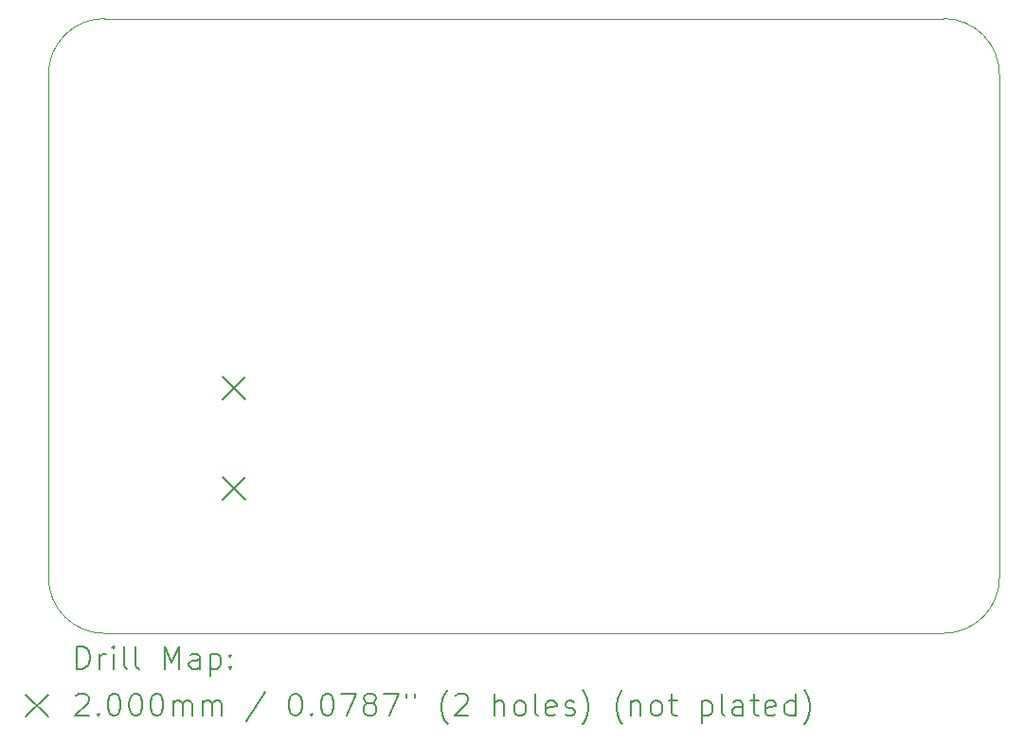
<source format=gbr>
%TF.GenerationSoftware,KiCad,Pcbnew,9.0.5*%
%TF.CreationDate,2025-10-31T23:09:40-07:00*%
%TF.ProjectId,Business Card PCB,42757369-6e65-4737-9320-436172642050,rev?*%
%TF.SameCoordinates,Original*%
%TF.FileFunction,Drillmap*%
%TF.FilePolarity,Positive*%
%FSLAX45Y45*%
G04 Gerber Fmt 4.5, Leading zero omitted, Abs format (unit mm)*
G04 Created by KiCad (PCBNEW 9.0.5) date 2025-10-31 23:09:40*
%MOMM*%
%LPD*%
G01*
G04 APERTURE LIST*
%ADD10C,0.100000*%
%ADD11C,0.200000*%
G04 APERTURE END LIST*
D10*
X11200000Y-11300000D02*
G75*
G02*
X10700000Y-10800000I0J500000D01*
G01*
X18700000Y-11300000D02*
X11200000Y-11300000D01*
X19200000Y-6300000D02*
X19200000Y-10800000D01*
X10700000Y-6300000D02*
G75*
G02*
X11200000Y-5800000I500000J0D01*
G01*
X10700000Y-10800000D02*
X10700000Y-6300000D01*
X11200000Y-5800000D02*
X18700000Y-5800000D01*
X18700000Y-5800000D02*
G75*
G02*
X19200000Y-6300000I0J-500000D01*
G01*
X19200000Y-10800000D02*
G75*
G02*
X18700000Y-11300000I-500000J0D01*
G01*
D11*
X12260500Y-9005827D02*
X12460500Y-9205827D01*
X12460500Y-9005827D02*
X12260500Y-9205827D01*
X12260500Y-9905827D02*
X12460500Y-10105827D01*
X12460500Y-9905827D02*
X12260500Y-10105827D01*
X10955777Y-11616484D02*
X10955777Y-11416484D01*
X10955777Y-11416484D02*
X11003396Y-11416484D01*
X11003396Y-11416484D02*
X11031967Y-11426008D01*
X11031967Y-11426008D02*
X11051015Y-11445055D01*
X11051015Y-11445055D02*
X11060539Y-11464103D01*
X11060539Y-11464103D02*
X11070063Y-11502198D01*
X11070063Y-11502198D02*
X11070063Y-11530769D01*
X11070063Y-11530769D02*
X11060539Y-11568865D01*
X11060539Y-11568865D02*
X11051015Y-11587912D01*
X11051015Y-11587912D02*
X11031967Y-11606960D01*
X11031967Y-11606960D02*
X11003396Y-11616484D01*
X11003396Y-11616484D02*
X10955777Y-11616484D01*
X11155777Y-11616484D02*
X11155777Y-11483150D01*
X11155777Y-11521246D02*
X11165301Y-11502198D01*
X11165301Y-11502198D02*
X11174824Y-11492674D01*
X11174824Y-11492674D02*
X11193872Y-11483150D01*
X11193872Y-11483150D02*
X11212920Y-11483150D01*
X11279586Y-11616484D02*
X11279586Y-11483150D01*
X11279586Y-11416484D02*
X11270062Y-11426008D01*
X11270062Y-11426008D02*
X11279586Y-11435531D01*
X11279586Y-11435531D02*
X11289110Y-11426008D01*
X11289110Y-11426008D02*
X11279586Y-11416484D01*
X11279586Y-11416484D02*
X11279586Y-11435531D01*
X11403396Y-11616484D02*
X11384348Y-11606960D01*
X11384348Y-11606960D02*
X11374824Y-11587912D01*
X11374824Y-11587912D02*
X11374824Y-11416484D01*
X11508158Y-11616484D02*
X11489110Y-11606960D01*
X11489110Y-11606960D02*
X11479586Y-11587912D01*
X11479586Y-11587912D02*
X11479586Y-11416484D01*
X11736729Y-11616484D02*
X11736729Y-11416484D01*
X11736729Y-11416484D02*
X11803396Y-11559341D01*
X11803396Y-11559341D02*
X11870062Y-11416484D01*
X11870062Y-11416484D02*
X11870062Y-11616484D01*
X12051015Y-11616484D02*
X12051015Y-11511722D01*
X12051015Y-11511722D02*
X12041491Y-11492674D01*
X12041491Y-11492674D02*
X12022443Y-11483150D01*
X12022443Y-11483150D02*
X11984348Y-11483150D01*
X11984348Y-11483150D02*
X11965301Y-11492674D01*
X12051015Y-11606960D02*
X12031967Y-11616484D01*
X12031967Y-11616484D02*
X11984348Y-11616484D01*
X11984348Y-11616484D02*
X11965301Y-11606960D01*
X11965301Y-11606960D02*
X11955777Y-11587912D01*
X11955777Y-11587912D02*
X11955777Y-11568865D01*
X11955777Y-11568865D02*
X11965301Y-11549817D01*
X11965301Y-11549817D02*
X11984348Y-11540293D01*
X11984348Y-11540293D02*
X12031967Y-11540293D01*
X12031967Y-11540293D02*
X12051015Y-11530769D01*
X12146253Y-11483150D02*
X12146253Y-11683150D01*
X12146253Y-11492674D02*
X12165301Y-11483150D01*
X12165301Y-11483150D02*
X12203396Y-11483150D01*
X12203396Y-11483150D02*
X12222443Y-11492674D01*
X12222443Y-11492674D02*
X12231967Y-11502198D01*
X12231967Y-11502198D02*
X12241491Y-11521246D01*
X12241491Y-11521246D02*
X12241491Y-11578388D01*
X12241491Y-11578388D02*
X12231967Y-11597436D01*
X12231967Y-11597436D02*
X12222443Y-11606960D01*
X12222443Y-11606960D02*
X12203396Y-11616484D01*
X12203396Y-11616484D02*
X12165301Y-11616484D01*
X12165301Y-11616484D02*
X12146253Y-11606960D01*
X12327205Y-11597436D02*
X12336729Y-11606960D01*
X12336729Y-11606960D02*
X12327205Y-11616484D01*
X12327205Y-11616484D02*
X12317682Y-11606960D01*
X12317682Y-11606960D02*
X12327205Y-11597436D01*
X12327205Y-11597436D02*
X12327205Y-11616484D01*
X12327205Y-11492674D02*
X12336729Y-11502198D01*
X12336729Y-11502198D02*
X12327205Y-11511722D01*
X12327205Y-11511722D02*
X12317682Y-11502198D01*
X12317682Y-11502198D02*
X12327205Y-11492674D01*
X12327205Y-11492674D02*
X12327205Y-11511722D01*
X10495000Y-11845000D02*
X10695000Y-12045000D01*
X10695000Y-11845000D02*
X10495000Y-12045000D01*
X10946253Y-11855531D02*
X10955777Y-11846008D01*
X10955777Y-11846008D02*
X10974824Y-11836484D01*
X10974824Y-11836484D02*
X11022444Y-11836484D01*
X11022444Y-11836484D02*
X11041491Y-11846008D01*
X11041491Y-11846008D02*
X11051015Y-11855531D01*
X11051015Y-11855531D02*
X11060539Y-11874579D01*
X11060539Y-11874579D02*
X11060539Y-11893627D01*
X11060539Y-11893627D02*
X11051015Y-11922198D01*
X11051015Y-11922198D02*
X10936729Y-12036484D01*
X10936729Y-12036484D02*
X11060539Y-12036484D01*
X11146253Y-12017436D02*
X11155777Y-12026960D01*
X11155777Y-12026960D02*
X11146253Y-12036484D01*
X11146253Y-12036484D02*
X11136729Y-12026960D01*
X11136729Y-12026960D02*
X11146253Y-12017436D01*
X11146253Y-12017436D02*
X11146253Y-12036484D01*
X11279586Y-11836484D02*
X11298634Y-11836484D01*
X11298634Y-11836484D02*
X11317682Y-11846008D01*
X11317682Y-11846008D02*
X11327205Y-11855531D01*
X11327205Y-11855531D02*
X11336729Y-11874579D01*
X11336729Y-11874579D02*
X11346253Y-11912674D01*
X11346253Y-11912674D02*
X11346253Y-11960293D01*
X11346253Y-11960293D02*
X11336729Y-11998388D01*
X11336729Y-11998388D02*
X11327205Y-12017436D01*
X11327205Y-12017436D02*
X11317682Y-12026960D01*
X11317682Y-12026960D02*
X11298634Y-12036484D01*
X11298634Y-12036484D02*
X11279586Y-12036484D01*
X11279586Y-12036484D02*
X11260539Y-12026960D01*
X11260539Y-12026960D02*
X11251015Y-12017436D01*
X11251015Y-12017436D02*
X11241491Y-11998388D01*
X11241491Y-11998388D02*
X11231967Y-11960293D01*
X11231967Y-11960293D02*
X11231967Y-11912674D01*
X11231967Y-11912674D02*
X11241491Y-11874579D01*
X11241491Y-11874579D02*
X11251015Y-11855531D01*
X11251015Y-11855531D02*
X11260539Y-11846008D01*
X11260539Y-11846008D02*
X11279586Y-11836484D01*
X11470062Y-11836484D02*
X11489110Y-11836484D01*
X11489110Y-11836484D02*
X11508158Y-11846008D01*
X11508158Y-11846008D02*
X11517682Y-11855531D01*
X11517682Y-11855531D02*
X11527205Y-11874579D01*
X11527205Y-11874579D02*
X11536729Y-11912674D01*
X11536729Y-11912674D02*
X11536729Y-11960293D01*
X11536729Y-11960293D02*
X11527205Y-11998388D01*
X11527205Y-11998388D02*
X11517682Y-12017436D01*
X11517682Y-12017436D02*
X11508158Y-12026960D01*
X11508158Y-12026960D02*
X11489110Y-12036484D01*
X11489110Y-12036484D02*
X11470062Y-12036484D01*
X11470062Y-12036484D02*
X11451015Y-12026960D01*
X11451015Y-12026960D02*
X11441491Y-12017436D01*
X11441491Y-12017436D02*
X11431967Y-11998388D01*
X11431967Y-11998388D02*
X11422443Y-11960293D01*
X11422443Y-11960293D02*
X11422443Y-11912674D01*
X11422443Y-11912674D02*
X11431967Y-11874579D01*
X11431967Y-11874579D02*
X11441491Y-11855531D01*
X11441491Y-11855531D02*
X11451015Y-11846008D01*
X11451015Y-11846008D02*
X11470062Y-11836484D01*
X11660539Y-11836484D02*
X11679586Y-11836484D01*
X11679586Y-11836484D02*
X11698634Y-11846008D01*
X11698634Y-11846008D02*
X11708158Y-11855531D01*
X11708158Y-11855531D02*
X11717682Y-11874579D01*
X11717682Y-11874579D02*
X11727205Y-11912674D01*
X11727205Y-11912674D02*
X11727205Y-11960293D01*
X11727205Y-11960293D02*
X11717682Y-11998388D01*
X11717682Y-11998388D02*
X11708158Y-12017436D01*
X11708158Y-12017436D02*
X11698634Y-12026960D01*
X11698634Y-12026960D02*
X11679586Y-12036484D01*
X11679586Y-12036484D02*
X11660539Y-12036484D01*
X11660539Y-12036484D02*
X11641491Y-12026960D01*
X11641491Y-12026960D02*
X11631967Y-12017436D01*
X11631967Y-12017436D02*
X11622443Y-11998388D01*
X11622443Y-11998388D02*
X11612920Y-11960293D01*
X11612920Y-11960293D02*
X11612920Y-11912674D01*
X11612920Y-11912674D02*
X11622443Y-11874579D01*
X11622443Y-11874579D02*
X11631967Y-11855531D01*
X11631967Y-11855531D02*
X11641491Y-11846008D01*
X11641491Y-11846008D02*
X11660539Y-11836484D01*
X11812920Y-12036484D02*
X11812920Y-11903150D01*
X11812920Y-11922198D02*
X11822443Y-11912674D01*
X11822443Y-11912674D02*
X11841491Y-11903150D01*
X11841491Y-11903150D02*
X11870063Y-11903150D01*
X11870063Y-11903150D02*
X11889110Y-11912674D01*
X11889110Y-11912674D02*
X11898634Y-11931722D01*
X11898634Y-11931722D02*
X11898634Y-12036484D01*
X11898634Y-11931722D02*
X11908158Y-11912674D01*
X11908158Y-11912674D02*
X11927205Y-11903150D01*
X11927205Y-11903150D02*
X11955777Y-11903150D01*
X11955777Y-11903150D02*
X11974824Y-11912674D01*
X11974824Y-11912674D02*
X11984348Y-11931722D01*
X11984348Y-11931722D02*
X11984348Y-12036484D01*
X12079586Y-12036484D02*
X12079586Y-11903150D01*
X12079586Y-11922198D02*
X12089110Y-11912674D01*
X12089110Y-11912674D02*
X12108158Y-11903150D01*
X12108158Y-11903150D02*
X12136729Y-11903150D01*
X12136729Y-11903150D02*
X12155777Y-11912674D01*
X12155777Y-11912674D02*
X12165301Y-11931722D01*
X12165301Y-11931722D02*
X12165301Y-12036484D01*
X12165301Y-11931722D02*
X12174824Y-11912674D01*
X12174824Y-11912674D02*
X12193872Y-11903150D01*
X12193872Y-11903150D02*
X12222443Y-11903150D01*
X12222443Y-11903150D02*
X12241491Y-11912674D01*
X12241491Y-11912674D02*
X12251015Y-11931722D01*
X12251015Y-11931722D02*
X12251015Y-12036484D01*
X12641491Y-11826960D02*
X12470063Y-12084103D01*
X12898634Y-11836484D02*
X12917682Y-11836484D01*
X12917682Y-11836484D02*
X12936729Y-11846008D01*
X12936729Y-11846008D02*
X12946253Y-11855531D01*
X12946253Y-11855531D02*
X12955777Y-11874579D01*
X12955777Y-11874579D02*
X12965301Y-11912674D01*
X12965301Y-11912674D02*
X12965301Y-11960293D01*
X12965301Y-11960293D02*
X12955777Y-11998388D01*
X12955777Y-11998388D02*
X12946253Y-12017436D01*
X12946253Y-12017436D02*
X12936729Y-12026960D01*
X12936729Y-12026960D02*
X12917682Y-12036484D01*
X12917682Y-12036484D02*
X12898634Y-12036484D01*
X12898634Y-12036484D02*
X12879586Y-12026960D01*
X12879586Y-12026960D02*
X12870063Y-12017436D01*
X12870063Y-12017436D02*
X12860539Y-11998388D01*
X12860539Y-11998388D02*
X12851015Y-11960293D01*
X12851015Y-11960293D02*
X12851015Y-11912674D01*
X12851015Y-11912674D02*
X12860539Y-11874579D01*
X12860539Y-11874579D02*
X12870063Y-11855531D01*
X12870063Y-11855531D02*
X12879586Y-11846008D01*
X12879586Y-11846008D02*
X12898634Y-11836484D01*
X13051015Y-12017436D02*
X13060539Y-12026960D01*
X13060539Y-12026960D02*
X13051015Y-12036484D01*
X13051015Y-12036484D02*
X13041491Y-12026960D01*
X13041491Y-12026960D02*
X13051015Y-12017436D01*
X13051015Y-12017436D02*
X13051015Y-12036484D01*
X13184348Y-11836484D02*
X13203396Y-11836484D01*
X13203396Y-11836484D02*
X13222444Y-11846008D01*
X13222444Y-11846008D02*
X13231967Y-11855531D01*
X13231967Y-11855531D02*
X13241491Y-11874579D01*
X13241491Y-11874579D02*
X13251015Y-11912674D01*
X13251015Y-11912674D02*
X13251015Y-11960293D01*
X13251015Y-11960293D02*
X13241491Y-11998388D01*
X13241491Y-11998388D02*
X13231967Y-12017436D01*
X13231967Y-12017436D02*
X13222444Y-12026960D01*
X13222444Y-12026960D02*
X13203396Y-12036484D01*
X13203396Y-12036484D02*
X13184348Y-12036484D01*
X13184348Y-12036484D02*
X13165301Y-12026960D01*
X13165301Y-12026960D02*
X13155777Y-12017436D01*
X13155777Y-12017436D02*
X13146253Y-11998388D01*
X13146253Y-11998388D02*
X13136729Y-11960293D01*
X13136729Y-11960293D02*
X13136729Y-11912674D01*
X13136729Y-11912674D02*
X13146253Y-11874579D01*
X13146253Y-11874579D02*
X13155777Y-11855531D01*
X13155777Y-11855531D02*
X13165301Y-11846008D01*
X13165301Y-11846008D02*
X13184348Y-11836484D01*
X13317682Y-11836484D02*
X13451015Y-11836484D01*
X13451015Y-11836484D02*
X13365301Y-12036484D01*
X13555777Y-11922198D02*
X13536729Y-11912674D01*
X13536729Y-11912674D02*
X13527206Y-11903150D01*
X13527206Y-11903150D02*
X13517682Y-11884103D01*
X13517682Y-11884103D02*
X13517682Y-11874579D01*
X13517682Y-11874579D02*
X13527206Y-11855531D01*
X13527206Y-11855531D02*
X13536729Y-11846008D01*
X13536729Y-11846008D02*
X13555777Y-11836484D01*
X13555777Y-11836484D02*
X13593872Y-11836484D01*
X13593872Y-11836484D02*
X13612920Y-11846008D01*
X13612920Y-11846008D02*
X13622444Y-11855531D01*
X13622444Y-11855531D02*
X13631967Y-11874579D01*
X13631967Y-11874579D02*
X13631967Y-11884103D01*
X13631967Y-11884103D02*
X13622444Y-11903150D01*
X13622444Y-11903150D02*
X13612920Y-11912674D01*
X13612920Y-11912674D02*
X13593872Y-11922198D01*
X13593872Y-11922198D02*
X13555777Y-11922198D01*
X13555777Y-11922198D02*
X13536729Y-11931722D01*
X13536729Y-11931722D02*
X13527206Y-11941246D01*
X13527206Y-11941246D02*
X13517682Y-11960293D01*
X13517682Y-11960293D02*
X13517682Y-11998388D01*
X13517682Y-11998388D02*
X13527206Y-12017436D01*
X13527206Y-12017436D02*
X13536729Y-12026960D01*
X13536729Y-12026960D02*
X13555777Y-12036484D01*
X13555777Y-12036484D02*
X13593872Y-12036484D01*
X13593872Y-12036484D02*
X13612920Y-12026960D01*
X13612920Y-12026960D02*
X13622444Y-12017436D01*
X13622444Y-12017436D02*
X13631967Y-11998388D01*
X13631967Y-11998388D02*
X13631967Y-11960293D01*
X13631967Y-11960293D02*
X13622444Y-11941246D01*
X13622444Y-11941246D02*
X13612920Y-11931722D01*
X13612920Y-11931722D02*
X13593872Y-11922198D01*
X13698634Y-11836484D02*
X13831967Y-11836484D01*
X13831967Y-11836484D02*
X13746253Y-12036484D01*
X13898634Y-11836484D02*
X13898634Y-11874579D01*
X13974825Y-11836484D02*
X13974825Y-11874579D01*
X14270063Y-12112674D02*
X14260539Y-12103150D01*
X14260539Y-12103150D02*
X14241491Y-12074579D01*
X14241491Y-12074579D02*
X14231968Y-12055531D01*
X14231968Y-12055531D02*
X14222444Y-12026960D01*
X14222444Y-12026960D02*
X14212920Y-11979341D01*
X14212920Y-11979341D02*
X14212920Y-11941246D01*
X14212920Y-11941246D02*
X14222444Y-11893627D01*
X14222444Y-11893627D02*
X14231968Y-11865055D01*
X14231968Y-11865055D02*
X14241491Y-11846008D01*
X14241491Y-11846008D02*
X14260539Y-11817436D01*
X14260539Y-11817436D02*
X14270063Y-11807912D01*
X14336729Y-11855531D02*
X14346253Y-11846008D01*
X14346253Y-11846008D02*
X14365301Y-11836484D01*
X14365301Y-11836484D02*
X14412920Y-11836484D01*
X14412920Y-11836484D02*
X14431968Y-11846008D01*
X14431968Y-11846008D02*
X14441491Y-11855531D01*
X14441491Y-11855531D02*
X14451015Y-11874579D01*
X14451015Y-11874579D02*
X14451015Y-11893627D01*
X14451015Y-11893627D02*
X14441491Y-11922198D01*
X14441491Y-11922198D02*
X14327206Y-12036484D01*
X14327206Y-12036484D02*
X14451015Y-12036484D01*
X14689110Y-12036484D02*
X14689110Y-11836484D01*
X14774825Y-12036484D02*
X14774825Y-11931722D01*
X14774825Y-11931722D02*
X14765301Y-11912674D01*
X14765301Y-11912674D02*
X14746253Y-11903150D01*
X14746253Y-11903150D02*
X14717682Y-11903150D01*
X14717682Y-11903150D02*
X14698634Y-11912674D01*
X14698634Y-11912674D02*
X14689110Y-11922198D01*
X14898634Y-12036484D02*
X14879587Y-12026960D01*
X14879587Y-12026960D02*
X14870063Y-12017436D01*
X14870063Y-12017436D02*
X14860539Y-11998388D01*
X14860539Y-11998388D02*
X14860539Y-11941246D01*
X14860539Y-11941246D02*
X14870063Y-11922198D01*
X14870063Y-11922198D02*
X14879587Y-11912674D01*
X14879587Y-11912674D02*
X14898634Y-11903150D01*
X14898634Y-11903150D02*
X14927206Y-11903150D01*
X14927206Y-11903150D02*
X14946253Y-11912674D01*
X14946253Y-11912674D02*
X14955777Y-11922198D01*
X14955777Y-11922198D02*
X14965301Y-11941246D01*
X14965301Y-11941246D02*
X14965301Y-11998388D01*
X14965301Y-11998388D02*
X14955777Y-12017436D01*
X14955777Y-12017436D02*
X14946253Y-12026960D01*
X14946253Y-12026960D02*
X14927206Y-12036484D01*
X14927206Y-12036484D02*
X14898634Y-12036484D01*
X15079587Y-12036484D02*
X15060539Y-12026960D01*
X15060539Y-12026960D02*
X15051015Y-12007912D01*
X15051015Y-12007912D02*
X15051015Y-11836484D01*
X15231968Y-12026960D02*
X15212920Y-12036484D01*
X15212920Y-12036484D02*
X15174825Y-12036484D01*
X15174825Y-12036484D02*
X15155777Y-12026960D01*
X15155777Y-12026960D02*
X15146253Y-12007912D01*
X15146253Y-12007912D02*
X15146253Y-11931722D01*
X15146253Y-11931722D02*
X15155777Y-11912674D01*
X15155777Y-11912674D02*
X15174825Y-11903150D01*
X15174825Y-11903150D02*
X15212920Y-11903150D01*
X15212920Y-11903150D02*
X15231968Y-11912674D01*
X15231968Y-11912674D02*
X15241491Y-11931722D01*
X15241491Y-11931722D02*
X15241491Y-11950769D01*
X15241491Y-11950769D02*
X15146253Y-11969817D01*
X15317682Y-12026960D02*
X15336730Y-12036484D01*
X15336730Y-12036484D02*
X15374825Y-12036484D01*
X15374825Y-12036484D02*
X15393872Y-12026960D01*
X15393872Y-12026960D02*
X15403396Y-12007912D01*
X15403396Y-12007912D02*
X15403396Y-11998388D01*
X15403396Y-11998388D02*
X15393872Y-11979341D01*
X15393872Y-11979341D02*
X15374825Y-11969817D01*
X15374825Y-11969817D02*
X15346253Y-11969817D01*
X15346253Y-11969817D02*
X15327206Y-11960293D01*
X15327206Y-11960293D02*
X15317682Y-11941246D01*
X15317682Y-11941246D02*
X15317682Y-11931722D01*
X15317682Y-11931722D02*
X15327206Y-11912674D01*
X15327206Y-11912674D02*
X15346253Y-11903150D01*
X15346253Y-11903150D02*
X15374825Y-11903150D01*
X15374825Y-11903150D02*
X15393872Y-11912674D01*
X15470063Y-12112674D02*
X15479587Y-12103150D01*
X15479587Y-12103150D02*
X15498634Y-12074579D01*
X15498634Y-12074579D02*
X15508158Y-12055531D01*
X15508158Y-12055531D02*
X15517682Y-12026960D01*
X15517682Y-12026960D02*
X15527206Y-11979341D01*
X15527206Y-11979341D02*
X15527206Y-11941246D01*
X15527206Y-11941246D02*
X15517682Y-11893627D01*
X15517682Y-11893627D02*
X15508158Y-11865055D01*
X15508158Y-11865055D02*
X15498634Y-11846008D01*
X15498634Y-11846008D02*
X15479587Y-11817436D01*
X15479587Y-11817436D02*
X15470063Y-11807912D01*
X15831968Y-12112674D02*
X15822444Y-12103150D01*
X15822444Y-12103150D02*
X15803396Y-12074579D01*
X15803396Y-12074579D02*
X15793872Y-12055531D01*
X15793872Y-12055531D02*
X15784349Y-12026960D01*
X15784349Y-12026960D02*
X15774825Y-11979341D01*
X15774825Y-11979341D02*
X15774825Y-11941246D01*
X15774825Y-11941246D02*
X15784349Y-11893627D01*
X15784349Y-11893627D02*
X15793872Y-11865055D01*
X15793872Y-11865055D02*
X15803396Y-11846008D01*
X15803396Y-11846008D02*
X15822444Y-11817436D01*
X15822444Y-11817436D02*
X15831968Y-11807912D01*
X15908158Y-11903150D02*
X15908158Y-12036484D01*
X15908158Y-11922198D02*
X15917682Y-11912674D01*
X15917682Y-11912674D02*
X15936730Y-11903150D01*
X15936730Y-11903150D02*
X15965301Y-11903150D01*
X15965301Y-11903150D02*
X15984349Y-11912674D01*
X15984349Y-11912674D02*
X15993872Y-11931722D01*
X15993872Y-11931722D02*
X15993872Y-12036484D01*
X16117682Y-12036484D02*
X16098634Y-12026960D01*
X16098634Y-12026960D02*
X16089111Y-12017436D01*
X16089111Y-12017436D02*
X16079587Y-11998388D01*
X16079587Y-11998388D02*
X16079587Y-11941246D01*
X16079587Y-11941246D02*
X16089111Y-11922198D01*
X16089111Y-11922198D02*
X16098634Y-11912674D01*
X16098634Y-11912674D02*
X16117682Y-11903150D01*
X16117682Y-11903150D02*
X16146253Y-11903150D01*
X16146253Y-11903150D02*
X16165301Y-11912674D01*
X16165301Y-11912674D02*
X16174825Y-11922198D01*
X16174825Y-11922198D02*
X16184349Y-11941246D01*
X16184349Y-11941246D02*
X16184349Y-11998388D01*
X16184349Y-11998388D02*
X16174825Y-12017436D01*
X16174825Y-12017436D02*
X16165301Y-12026960D01*
X16165301Y-12026960D02*
X16146253Y-12036484D01*
X16146253Y-12036484D02*
X16117682Y-12036484D01*
X16241492Y-11903150D02*
X16317682Y-11903150D01*
X16270063Y-11836484D02*
X16270063Y-12007912D01*
X16270063Y-12007912D02*
X16279587Y-12026960D01*
X16279587Y-12026960D02*
X16298634Y-12036484D01*
X16298634Y-12036484D02*
X16317682Y-12036484D01*
X16536730Y-11903150D02*
X16536730Y-12103150D01*
X16536730Y-11912674D02*
X16555777Y-11903150D01*
X16555777Y-11903150D02*
X16593873Y-11903150D01*
X16593873Y-11903150D02*
X16612920Y-11912674D01*
X16612920Y-11912674D02*
X16622444Y-11922198D01*
X16622444Y-11922198D02*
X16631968Y-11941246D01*
X16631968Y-11941246D02*
X16631968Y-11998388D01*
X16631968Y-11998388D02*
X16622444Y-12017436D01*
X16622444Y-12017436D02*
X16612920Y-12026960D01*
X16612920Y-12026960D02*
X16593873Y-12036484D01*
X16593873Y-12036484D02*
X16555777Y-12036484D01*
X16555777Y-12036484D02*
X16536730Y-12026960D01*
X16746253Y-12036484D02*
X16727206Y-12026960D01*
X16727206Y-12026960D02*
X16717682Y-12007912D01*
X16717682Y-12007912D02*
X16717682Y-11836484D01*
X16908158Y-12036484D02*
X16908158Y-11931722D01*
X16908158Y-11931722D02*
X16898635Y-11912674D01*
X16898635Y-11912674D02*
X16879587Y-11903150D01*
X16879587Y-11903150D02*
X16841492Y-11903150D01*
X16841492Y-11903150D02*
X16822444Y-11912674D01*
X16908158Y-12026960D02*
X16889111Y-12036484D01*
X16889111Y-12036484D02*
X16841492Y-12036484D01*
X16841492Y-12036484D02*
X16822444Y-12026960D01*
X16822444Y-12026960D02*
X16812920Y-12007912D01*
X16812920Y-12007912D02*
X16812920Y-11988865D01*
X16812920Y-11988865D02*
X16822444Y-11969817D01*
X16822444Y-11969817D02*
X16841492Y-11960293D01*
X16841492Y-11960293D02*
X16889111Y-11960293D01*
X16889111Y-11960293D02*
X16908158Y-11950769D01*
X16974825Y-11903150D02*
X17051015Y-11903150D01*
X17003396Y-11836484D02*
X17003396Y-12007912D01*
X17003396Y-12007912D02*
X17012920Y-12026960D01*
X17012920Y-12026960D02*
X17031968Y-12036484D01*
X17031968Y-12036484D02*
X17051015Y-12036484D01*
X17193873Y-12026960D02*
X17174825Y-12036484D01*
X17174825Y-12036484D02*
X17136730Y-12036484D01*
X17136730Y-12036484D02*
X17117682Y-12026960D01*
X17117682Y-12026960D02*
X17108158Y-12007912D01*
X17108158Y-12007912D02*
X17108158Y-11931722D01*
X17108158Y-11931722D02*
X17117682Y-11912674D01*
X17117682Y-11912674D02*
X17136730Y-11903150D01*
X17136730Y-11903150D02*
X17174825Y-11903150D01*
X17174825Y-11903150D02*
X17193873Y-11912674D01*
X17193873Y-11912674D02*
X17203396Y-11931722D01*
X17203396Y-11931722D02*
X17203396Y-11950769D01*
X17203396Y-11950769D02*
X17108158Y-11969817D01*
X17374825Y-12036484D02*
X17374825Y-11836484D01*
X17374825Y-12026960D02*
X17355777Y-12036484D01*
X17355777Y-12036484D02*
X17317682Y-12036484D01*
X17317682Y-12036484D02*
X17298635Y-12026960D01*
X17298635Y-12026960D02*
X17289111Y-12017436D01*
X17289111Y-12017436D02*
X17279587Y-11998388D01*
X17279587Y-11998388D02*
X17279587Y-11941246D01*
X17279587Y-11941246D02*
X17289111Y-11922198D01*
X17289111Y-11922198D02*
X17298635Y-11912674D01*
X17298635Y-11912674D02*
X17317682Y-11903150D01*
X17317682Y-11903150D02*
X17355777Y-11903150D01*
X17355777Y-11903150D02*
X17374825Y-11912674D01*
X17451016Y-12112674D02*
X17460539Y-12103150D01*
X17460539Y-12103150D02*
X17479587Y-12074579D01*
X17479587Y-12074579D02*
X17489111Y-12055531D01*
X17489111Y-12055531D02*
X17498635Y-12026960D01*
X17498635Y-12026960D02*
X17508158Y-11979341D01*
X17508158Y-11979341D02*
X17508158Y-11941246D01*
X17508158Y-11941246D02*
X17498635Y-11893627D01*
X17498635Y-11893627D02*
X17489111Y-11865055D01*
X17489111Y-11865055D02*
X17479587Y-11846008D01*
X17479587Y-11846008D02*
X17460539Y-11817436D01*
X17460539Y-11817436D02*
X17451016Y-11807912D01*
M02*

</source>
